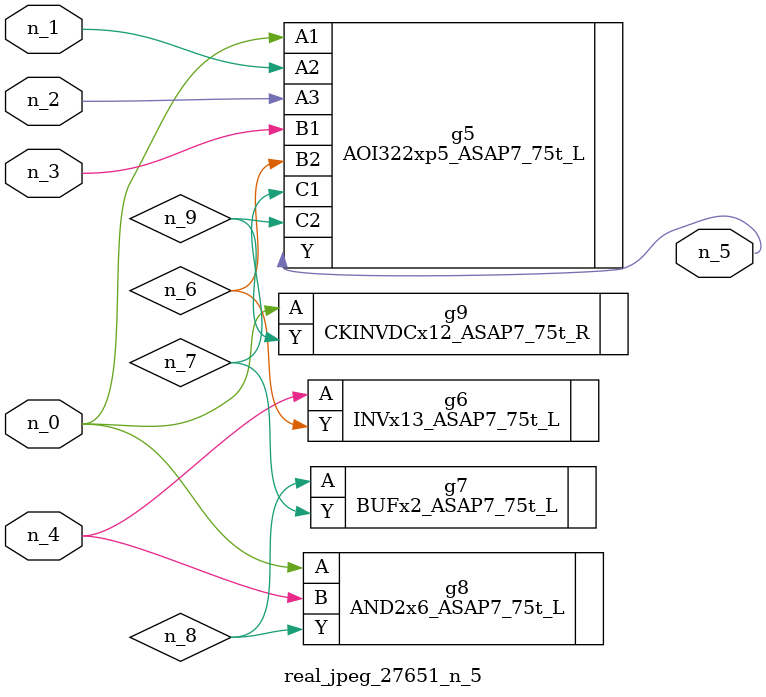
<source format=v>
module real_jpeg_27651_n_5 (n_4, n_0, n_1, n_2, n_3, n_5);

input n_4;
input n_0;
input n_1;
input n_2;
input n_3;

output n_5;

wire n_8;
wire n_6;
wire n_7;
wire n_9;

AOI322xp5_ASAP7_75t_L g5 ( 
.A1(n_0),
.A2(n_1),
.A3(n_2),
.B1(n_3),
.B2(n_6),
.C1(n_7),
.C2(n_9),
.Y(n_5)
);

AND2x6_ASAP7_75t_L g8 ( 
.A(n_0),
.B(n_4),
.Y(n_8)
);

CKINVDCx12_ASAP7_75t_R g9 ( 
.A(n_0),
.Y(n_9)
);

INVx13_ASAP7_75t_L g6 ( 
.A(n_4),
.Y(n_6)
);

BUFx2_ASAP7_75t_L g7 ( 
.A(n_8),
.Y(n_7)
);


endmodule
</source>
